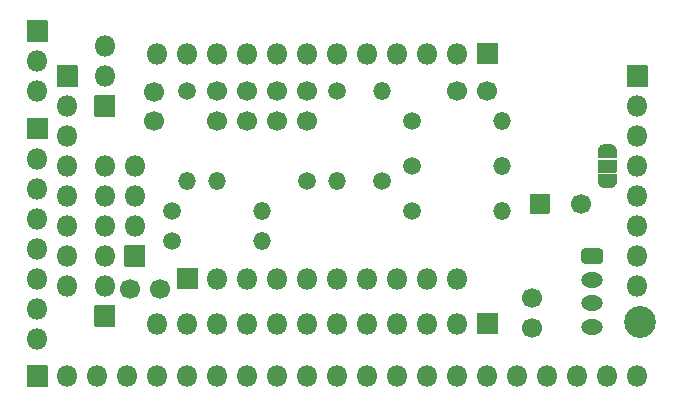
<source format=gbs>
G04 #@! TF.GenerationSoftware,KiCad,Pcbnew,(5.1.10)-1*
G04 #@! TF.CreationDate,2021-08-27T23:45:12+02:00*
G04 #@! TF.ProjectId,JuntekOnSteroidsTTGO,4a756e74-656b-44f6-9e53-7465726f6964,2.5*
G04 #@! TF.SameCoordinates,PX5b716c8PY5b716c8*
G04 #@! TF.FileFunction,Soldermask,Bot*
G04 #@! TF.FilePolarity,Negative*
%FSLAX46Y46*%
G04 Gerber Fmt 4.6, Leading zero omitted, Abs format (unit mm)*
G04 Created by KiCad (PCBNEW (5.1.10)-1) date 2021-08-27 23:45:12*
%MOMM*%
%LPD*%
G01*
G04 APERTURE LIST*
%ADD10C,1.700000*%
%ADD11O,1.800000X1.800000*%
%ADD12C,2.700000*%
%ADD13O,1.500000X1.500000*%
%ADD14C,1.500000*%
%ADD15O,1.850000X1.300000*%
%ADD16C,0.100000*%
G04 APERTURE END LIST*
D10*
G04 #@! TO.C,C7*
X51125000Y19685000D03*
G36*
G01*
X46775000Y18885000D02*
X46775000Y20485000D01*
G75*
G02*
X46825000Y20535000I50000J0D01*
G01*
X48425000Y20535000D01*
G75*
G02*
X48475000Y20485000I0J-50000D01*
G01*
X48475000Y18885000D01*
G75*
G02*
X48425000Y18835000I-50000J0D01*
G01*
X46825000Y18835000D01*
G75*
G02*
X46775000Y18885000I0J50000D01*
G01*
G37*
G04 #@! TD*
D11*
G04 #@! TO.C,J3*
X5080000Y8255000D03*
X5080000Y10795000D03*
X5080000Y13335000D03*
X5080000Y15875000D03*
X5080000Y18415000D03*
X5080000Y20955000D03*
X5080000Y23495000D03*
G36*
G01*
X4180000Y25185000D02*
X4180000Y26885000D01*
G75*
G02*
X4230000Y26935000I50000J0D01*
G01*
X5930000Y26935000D01*
G75*
G02*
X5980000Y26885000I0J-50000D01*
G01*
X5980000Y25185000D01*
G75*
G02*
X5930000Y25135000I-50000J0D01*
G01*
X4230000Y25135000D01*
G75*
G02*
X4180000Y25185000I0J50000D01*
G01*
G37*
G04 #@! TD*
D12*
G04 #@! TO.C,TP1*
X56134000Y9652000D03*
G04 #@! TD*
D10*
G04 #@! TO.C,C9*
X15454000Y12446000D03*
X12954000Y12446000D03*
G04 #@! TD*
D13*
G04 #@! TO.C,R16*
X24130000Y19050000D03*
D14*
X16510000Y19050000D03*
G04 #@! TD*
D11*
G04 #@! TO.C,J61*
X10795000Y33020000D03*
X10795000Y30480000D03*
G36*
G01*
X11695000Y28790000D02*
X11695000Y27090000D01*
G75*
G02*
X11645000Y27040000I-50000J0D01*
G01*
X9945000Y27040000D01*
G75*
G02*
X9895000Y27090000I0J50000D01*
G01*
X9895000Y28790000D01*
G75*
G02*
X9945000Y28840000I50000J0D01*
G01*
X11645000Y28840000D01*
G75*
G02*
X11695000Y28790000I0J-50000D01*
G01*
G37*
G04 #@! TD*
G04 #@! TO.C,J22*
X10795000Y12700000D03*
G36*
G01*
X11695000Y11010000D02*
X11695000Y9310000D01*
G75*
G02*
X11645000Y9260000I-50000J0D01*
G01*
X9945000Y9260000D01*
G75*
G02*
X9895000Y9310000I0J50000D01*
G01*
X9895000Y11010000D01*
G75*
G02*
X9945000Y11060000I50000J0D01*
G01*
X11645000Y11060000D01*
G75*
G02*
X11695000Y11010000I0J-50000D01*
G01*
G37*
G04 #@! TD*
G04 #@! TO.C,J21*
X10795000Y22860000D03*
X13335000Y22860000D03*
X10795000Y20320000D03*
X13335000Y20320000D03*
X10795000Y17780000D03*
X13335000Y17780000D03*
X10795000Y15240000D03*
G36*
G01*
X14235000Y16090000D02*
X14235000Y14390000D01*
G75*
G02*
X14185000Y14340000I-50000J0D01*
G01*
X12485000Y14340000D01*
G75*
G02*
X12435000Y14390000I0J50000D01*
G01*
X12435000Y16090000D01*
G75*
G02*
X12485000Y16140000I50000J0D01*
G01*
X14185000Y16140000D01*
G75*
G02*
X14235000Y16090000I0J-50000D01*
G01*
G37*
G04 #@! TD*
D15*
G04 #@! TO.C,J7*
X52070000Y9240000D03*
X52070000Y11240000D03*
X52070000Y13240000D03*
G36*
G01*
X51415832Y15890000D02*
X52724168Y15890000D01*
G75*
G02*
X52995000Y15619168I0J-270832D01*
G01*
X52995000Y14860832D01*
G75*
G02*
X52724168Y14590000I-270832J0D01*
G01*
X51415832Y14590000D01*
G75*
G02*
X51145000Y14860832I0J270832D01*
G01*
X51145000Y15619168D01*
G75*
G02*
X51415832Y15890000I270832J0D01*
G01*
G37*
G04 #@! TD*
D11*
G04 #@! TO.C,J10*
X40640000Y13335000D03*
X38100000Y13335000D03*
X35560000Y13335000D03*
X33020000Y13335000D03*
X30480000Y13335000D03*
X27940000Y13335000D03*
X25400000Y13335000D03*
X22860000Y13335000D03*
X20320000Y13335000D03*
G36*
G01*
X18630000Y12435000D02*
X16930000Y12435000D01*
G75*
G02*
X16880000Y12485000I0J50000D01*
G01*
X16880000Y14185000D01*
G75*
G02*
X16930000Y14235000I50000J0D01*
G01*
X18630000Y14235000D01*
G75*
G02*
X18680000Y14185000I0J-50000D01*
G01*
X18680000Y12485000D01*
G75*
G02*
X18630000Y12435000I-50000J0D01*
G01*
G37*
G04 #@! TD*
D13*
G04 #@! TO.C,R13*
X44450000Y22860000D03*
D14*
X36830000Y22860000D03*
G04 #@! TD*
G04 #@! TO.C,JP1*
G36*
G01*
X52590000Y23410000D02*
X54090000Y23410000D01*
G75*
G02*
X54140000Y23360000I0J-50000D01*
G01*
X54140000Y22360000D01*
G75*
G02*
X54090000Y22310000I-50000J0D01*
G01*
X52590000Y22310000D01*
G75*
G02*
X52540000Y22360000I0J50000D01*
G01*
X52540000Y23360000D01*
G75*
G02*
X52590000Y23410000I50000J0D01*
G01*
G37*
D16*
G36*
X54139398Y21553889D02*
G01*
X54139398Y21535466D01*
X54139157Y21530565D01*
X54134347Y21481734D01*
X54133627Y21476881D01*
X54124055Y21428756D01*
X54122863Y21423995D01*
X54108619Y21377040D01*
X54106966Y21372421D01*
X54088189Y21327088D01*
X54086091Y21322651D01*
X54062960Y21279378D01*
X54060438Y21275171D01*
X54033178Y21234372D01*
X54030254Y21230430D01*
X53999126Y21192501D01*
X53995831Y21188866D01*
X53961134Y21154169D01*
X53957499Y21150874D01*
X53919570Y21119746D01*
X53915628Y21116822D01*
X53874829Y21089562D01*
X53870622Y21087040D01*
X53827349Y21063909D01*
X53822912Y21061811D01*
X53777579Y21043034D01*
X53772960Y21041381D01*
X53726005Y21027137D01*
X53721244Y21025945D01*
X53673119Y21016373D01*
X53668266Y21015653D01*
X53619435Y21010843D01*
X53614534Y21010602D01*
X53596111Y21010602D01*
X53590000Y21010000D01*
X53090000Y21010000D01*
X53083889Y21010602D01*
X53065466Y21010602D01*
X53060565Y21010843D01*
X53011734Y21015653D01*
X53006881Y21016373D01*
X52958756Y21025945D01*
X52953995Y21027137D01*
X52907040Y21041381D01*
X52902421Y21043034D01*
X52857088Y21061811D01*
X52852651Y21063909D01*
X52809378Y21087040D01*
X52805171Y21089562D01*
X52764372Y21116822D01*
X52760430Y21119746D01*
X52722501Y21150874D01*
X52718866Y21154169D01*
X52684169Y21188866D01*
X52680874Y21192501D01*
X52649746Y21230430D01*
X52646822Y21234372D01*
X52619562Y21275171D01*
X52617040Y21279378D01*
X52593909Y21322651D01*
X52591811Y21327088D01*
X52573034Y21372421D01*
X52571381Y21377040D01*
X52557137Y21423995D01*
X52555945Y21428756D01*
X52546373Y21476881D01*
X52545653Y21481734D01*
X52540843Y21530565D01*
X52540602Y21535466D01*
X52540602Y21553889D01*
X52540000Y21560000D01*
X52540000Y22110000D01*
X52540961Y22119755D01*
X52543806Y22129134D01*
X52548427Y22137779D01*
X52554645Y22145355D01*
X52562221Y22151573D01*
X52570866Y22156194D01*
X52580245Y22159039D01*
X52590000Y22160000D01*
X54090000Y22160000D01*
X54099755Y22159039D01*
X54109134Y22156194D01*
X54117779Y22151573D01*
X54125355Y22145355D01*
X54131573Y22137779D01*
X54136194Y22129134D01*
X54139039Y22119755D01*
X54140000Y22110000D01*
X54140000Y21560000D01*
X54139398Y21553889D01*
G37*
G36*
X54139039Y23600245D02*
G01*
X54136194Y23590866D01*
X54131573Y23582221D01*
X54125355Y23574645D01*
X54117779Y23568427D01*
X54109134Y23563806D01*
X54099755Y23560961D01*
X54090000Y23560000D01*
X52590000Y23560000D01*
X52580245Y23560961D01*
X52570866Y23563806D01*
X52562221Y23568427D01*
X52554645Y23574645D01*
X52548427Y23582221D01*
X52543806Y23590866D01*
X52540961Y23600245D01*
X52540000Y23610000D01*
X52540000Y24160000D01*
X52540602Y24166111D01*
X52540602Y24184534D01*
X52540843Y24189435D01*
X52545653Y24238266D01*
X52546373Y24243119D01*
X52555945Y24291244D01*
X52557137Y24296005D01*
X52571381Y24342960D01*
X52573034Y24347579D01*
X52591811Y24392912D01*
X52593909Y24397349D01*
X52617040Y24440622D01*
X52619562Y24444829D01*
X52646822Y24485628D01*
X52649746Y24489570D01*
X52680874Y24527499D01*
X52684169Y24531134D01*
X52718866Y24565831D01*
X52722501Y24569126D01*
X52760430Y24600254D01*
X52764372Y24603178D01*
X52805171Y24630438D01*
X52809378Y24632960D01*
X52852651Y24656091D01*
X52857088Y24658189D01*
X52902421Y24676966D01*
X52907040Y24678619D01*
X52953995Y24692863D01*
X52958756Y24694055D01*
X53006881Y24703627D01*
X53011734Y24704347D01*
X53060565Y24709157D01*
X53065466Y24709398D01*
X53083889Y24709398D01*
X53090000Y24710000D01*
X53590000Y24710000D01*
X53596111Y24709398D01*
X53614534Y24709398D01*
X53619435Y24709157D01*
X53668266Y24704347D01*
X53673119Y24703627D01*
X53721244Y24694055D01*
X53726005Y24692863D01*
X53772960Y24678619D01*
X53777579Y24676966D01*
X53822912Y24658189D01*
X53827349Y24656091D01*
X53870622Y24632960D01*
X53874829Y24630438D01*
X53915628Y24603178D01*
X53919570Y24600254D01*
X53957499Y24569126D01*
X53961134Y24565831D01*
X53995831Y24531134D01*
X53999126Y24527499D01*
X54030254Y24489570D01*
X54033178Y24485628D01*
X54060438Y24444829D01*
X54062960Y24440622D01*
X54086091Y24397349D01*
X54088189Y24392912D01*
X54106966Y24347579D01*
X54108619Y24342960D01*
X54122863Y24296005D01*
X54124055Y24291244D01*
X54133627Y24243119D01*
X54134347Y24238266D01*
X54139157Y24189435D01*
X54139398Y24184534D01*
X54139398Y24166111D01*
X54140000Y24160000D01*
X54140000Y23610000D01*
X54139039Y23600245D01*
G37*
G04 #@! TD*
D10*
G04 #@! TO.C,C6*
X46990000Y11684000D03*
X46990000Y9184000D03*
G04 #@! TD*
G04 #@! TO.C,C5*
X14986000Y29170000D03*
X14986000Y26670000D03*
G04 #@! TD*
D11*
G04 #@! TO.C,J30*
X55880000Y5080000D03*
X53340000Y5080000D03*
X50800000Y5080000D03*
X48260000Y5080000D03*
X45720000Y5080000D03*
X43180000Y5080000D03*
X40640000Y5080000D03*
X38100000Y5080000D03*
X35560000Y5080000D03*
X33020000Y5080000D03*
X30480000Y5080000D03*
X27940000Y5080000D03*
X25400000Y5080000D03*
X22860000Y5080000D03*
X20320000Y5080000D03*
X17780000Y5080000D03*
X15240000Y5080000D03*
X12700000Y5080000D03*
X10160000Y5080000D03*
X7620000Y5080000D03*
G36*
G01*
X4230000Y5980000D02*
X5930000Y5980000D01*
G75*
G02*
X5980000Y5930000I0J-50000D01*
G01*
X5980000Y4230000D01*
G75*
G02*
X5930000Y4180000I-50000J0D01*
G01*
X4230000Y4180000D01*
G75*
G02*
X4180000Y4230000I0J50000D01*
G01*
X4180000Y5930000D01*
G75*
G02*
X4230000Y5980000I50000J0D01*
G01*
G37*
G04 #@! TD*
D13*
G04 #@! TO.C,R20*
X17780000Y21590000D03*
D14*
X17780000Y29210000D03*
G04 #@! TD*
D13*
G04 #@! TO.C,R18*
X24130000Y16510000D03*
D14*
X16510000Y16510000D03*
G04 #@! TD*
D13*
G04 #@! TO.C,R17*
X44450000Y19050000D03*
D14*
X36830000Y19050000D03*
G04 #@! TD*
D13*
G04 #@! TO.C,R15*
X44450000Y26670000D03*
D14*
X36830000Y26670000D03*
G04 #@! TD*
D13*
G04 #@! TO.C,R12*
X34290000Y29210000D03*
D14*
X34290000Y21590000D03*
G04 #@! TD*
D13*
G04 #@! TO.C,R11*
X20320000Y21590000D03*
D14*
X27940000Y21590000D03*
G04 #@! TD*
D10*
G04 #@! TO.C,C3*
X25400000Y26710000D03*
X25400000Y29210000D03*
G04 #@! TD*
G04 #@! TO.C,C2*
X22860000Y26710000D03*
X22860000Y29210000D03*
G04 #@! TD*
G04 #@! TO.C,C1*
X20320000Y26710000D03*
X20320000Y29210000D03*
G04 #@! TD*
D13*
G04 #@! TO.C,R14*
X30480000Y21590000D03*
D14*
X30480000Y29210000D03*
G04 #@! TD*
D11*
G04 #@! TO.C,J6*
X5080000Y29210000D03*
X5080000Y31750000D03*
G36*
G01*
X5980000Y35140000D02*
X5980000Y33440000D01*
G75*
G02*
X5930000Y33390000I-50000J0D01*
G01*
X4230000Y33390000D01*
G75*
G02*
X4180000Y33440000I0J50000D01*
G01*
X4180000Y35140000D01*
G75*
G02*
X4230000Y35190000I50000J0D01*
G01*
X5930000Y35190000D01*
G75*
G02*
X5980000Y35140000I0J-50000D01*
G01*
G37*
G04 #@! TD*
D10*
G04 #@! TO.C,C8*
X40640000Y29210000D03*
X43140000Y29210000D03*
G04 #@! TD*
G04 #@! TO.C,C4*
X27940000Y26710000D03*
X27940000Y29210000D03*
G04 #@! TD*
D11*
G04 #@! TO.C,J5*
X15240000Y9525000D03*
X17780000Y9525000D03*
X20320000Y9525000D03*
X22860000Y9525000D03*
X25400000Y9525000D03*
X27940000Y9525000D03*
X30480000Y9525000D03*
X33020000Y9525000D03*
X35560000Y9525000D03*
X38100000Y9525000D03*
X40640000Y9525000D03*
G36*
G01*
X42330000Y10425000D02*
X44030000Y10425000D01*
G75*
G02*
X44080000Y10375000I0J-50000D01*
G01*
X44080000Y8675000D01*
G75*
G02*
X44030000Y8625000I-50000J0D01*
G01*
X42330000Y8625000D01*
G75*
G02*
X42280000Y8675000I0J50000D01*
G01*
X42280000Y10375000D01*
G75*
G02*
X42330000Y10425000I50000J0D01*
G01*
G37*
G04 #@! TD*
G04 #@! TO.C,J4*
X15240000Y32385000D03*
X17780000Y32385000D03*
X20320000Y32385000D03*
X22860000Y32385000D03*
X25400000Y32385000D03*
X27940000Y32385000D03*
X30480000Y32385000D03*
X33020000Y32385000D03*
X35560000Y32385000D03*
X38100000Y32385000D03*
X40640000Y32385000D03*
G36*
G01*
X42330000Y33285000D02*
X44030000Y33285000D01*
G75*
G02*
X44080000Y33235000I0J-50000D01*
G01*
X44080000Y31535000D01*
G75*
G02*
X44030000Y31485000I-50000J0D01*
G01*
X42330000Y31485000D01*
G75*
G02*
X42280000Y31535000I0J50000D01*
G01*
X42280000Y33235000D01*
G75*
G02*
X42330000Y33285000I50000J0D01*
G01*
G37*
G04 #@! TD*
G04 #@! TO.C,J2*
X55880000Y12700000D03*
X55880000Y15240000D03*
X55880000Y17780000D03*
X55880000Y20320000D03*
X55880000Y22860000D03*
X55880000Y25400000D03*
X55880000Y27940000D03*
G36*
G01*
X56780000Y31330000D02*
X56780000Y29630000D01*
G75*
G02*
X56730000Y29580000I-50000J0D01*
G01*
X55030000Y29580000D01*
G75*
G02*
X54980000Y29630000I0J50000D01*
G01*
X54980000Y31330000D01*
G75*
G02*
X55030000Y31380000I50000J0D01*
G01*
X56730000Y31380000D01*
G75*
G02*
X56780000Y31330000I0J-50000D01*
G01*
G37*
G04 #@! TD*
G04 #@! TO.C,J1*
X7620000Y12700000D03*
X7620000Y15240000D03*
X7620000Y17780000D03*
X7620000Y20320000D03*
X7620000Y22860000D03*
X7620000Y25400000D03*
X7620000Y27940000D03*
G36*
G01*
X8520000Y31330000D02*
X8520000Y29630000D01*
G75*
G02*
X8470000Y29580000I-50000J0D01*
G01*
X6770000Y29580000D01*
G75*
G02*
X6720000Y29630000I0J50000D01*
G01*
X6720000Y31330000D01*
G75*
G02*
X6770000Y31380000I50000J0D01*
G01*
X8470000Y31380000D01*
G75*
G02*
X8520000Y31330000I0J-50000D01*
G01*
G37*
G04 #@! TD*
M02*

</source>
